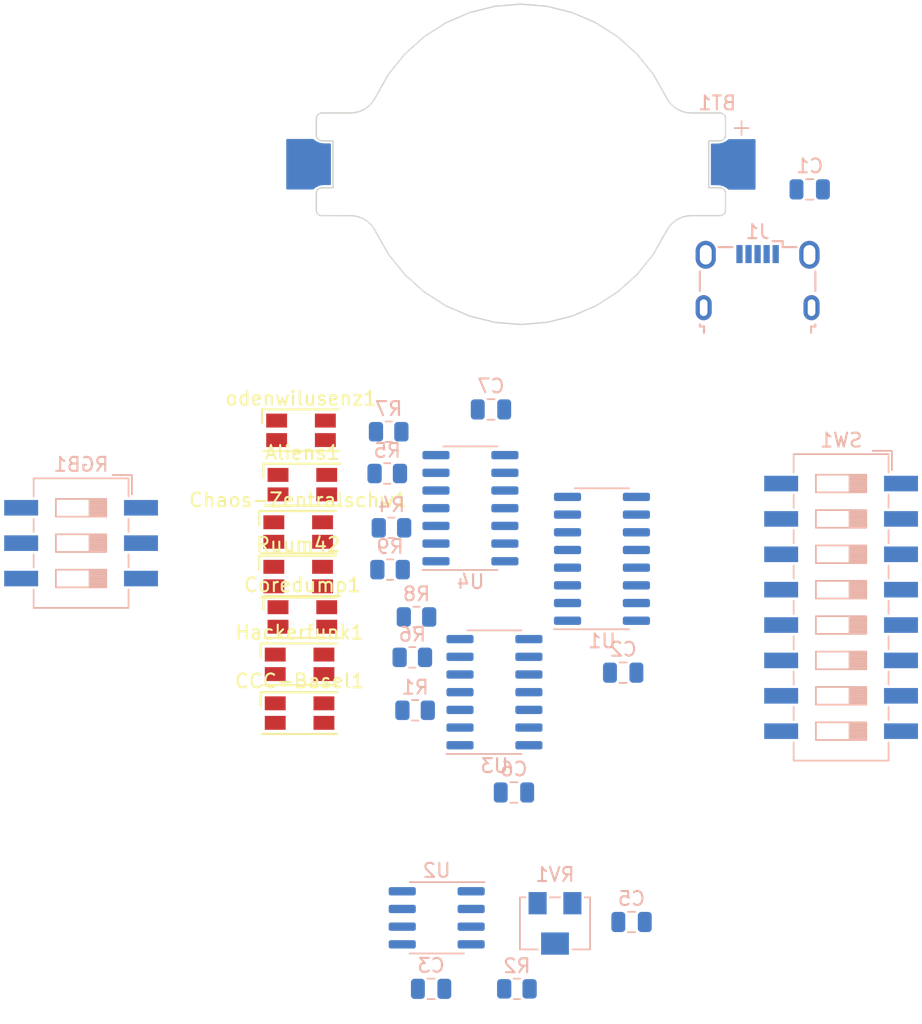
<source format=kicad_pcb>
(kicad_pcb (version 20221018) (generator pcbnew)

  (general
    (thickness 1.6)
  )

  (paper "A4")
  (layers
    (0 "F.Cu" signal)
    (31 "B.Cu" signal)
    (32 "B.Adhes" user "B.Adhesive")
    (33 "F.Adhes" user "F.Adhesive")
    (34 "B.Paste" user)
    (35 "F.Paste" user)
    (36 "B.SilkS" user "B.Silkscreen")
    (37 "F.SilkS" user "F.Silkscreen")
    (38 "B.Mask" user)
    (39 "F.Mask" user)
    (40 "Dwgs.User" user "User.Drawings")
    (41 "Cmts.User" user "User.Comments")
    (42 "Eco1.User" user "User.Eco1")
    (43 "Eco2.User" user "User.Eco2")
    (44 "Edge.Cuts" user)
    (45 "Margin" user)
    (46 "B.CrtYd" user "B.Courtyard")
    (47 "F.CrtYd" user "F.Courtyard")
    (48 "B.Fab" user)
    (49 "F.Fab" user)
    (50 "User.1" user)
    (51 "User.2" user)
    (52 "User.3" user)
    (53 "User.4" user)
    (54 "User.5" user)
    (55 "User.6" user)
    (56 "User.7" user)
    (57 "User.8" user)
    (58 "User.9" user)
  )

  (setup
    (pad_to_mask_clearance 0)
    (pcbplotparams
      (layerselection 0x00010fc_ffffffff)
      (plot_on_all_layers_selection 0x0000000_00000000)
      (disableapertmacros false)
      (usegerberextensions false)
      (usegerberattributes true)
      (usegerberadvancedattributes true)
      (creategerberjobfile true)
      (dashed_line_dash_ratio 12.000000)
      (dashed_line_gap_ratio 3.000000)
      (svgprecision 4)
      (plotframeref false)
      (viasonmask false)
      (mode 1)
      (useauxorigin false)
      (hpglpennumber 1)
      (hpglpenspeed 20)
      (hpglpendiameter 15.000000)
      (dxfpolygonmode true)
      (dxfimperialunits true)
      (dxfusepcbnewfont true)
      (psnegative false)
      (psa4output false)
      (plotreference true)
      (plotvalue true)
      (plotinvisibletext false)
      (sketchpadsonfab false)
      (subtractmaskfromsilk false)
      (outputformat 1)
      (mirror false)
      (drillshape 1)
      (scaleselection 1)
      (outputdirectory "")
    )
  )

  (net 0 "")
  (net 1 "Net-(Aliens1-RK)")
  (net 2 "Net-(Aliens1-GK)")
  (net 3 "Net-(Aliens1-BK)")
  (net 4 "Net-(Aliens1-A)")
  (net 5 "VCC")
  (net 6 "GND")
  (net 7 "VCCQ")
  (net 8 "Net-(U2-THR)")
  (net 9 "Net-(CCC-Basel1-A)")
  (net 10 "Net-(Chaos-Zentralschw1-A)")
  (net 11 "Net-(Coredump1-A)")
  (net 12 "Net-(Hackerfunk1-A)")
  (net 13 "unconnected-(J1-D--Pad2)")
  (net 14 "unconnected-(J1-D+-Pad3)")
  (net 15 "unconnected-(J1-ID-Pad4)")
  (net 16 "unconnected-(J1-Shield-Pad6)")
  (net 17 "Net-(odenwilusenz1-A)")
  (net 18 "Net-(R1-Pad2)")
  (net 19 "Net-(R4-Pad1)")
  (net 20 "Net-(R5-Pad1)")
  (net 21 "Net-(R6-Pad2)")
  (net 22 "Net-(R7-Pad1)")
  (net 23 "Net-(R8-Pad2)")
  (net 24 "Net-(R9-Pad1)")
  (net 25 "Net-(Ruum42-A)")
  (net 26 "Net-(R2-Pad2)")
  (net 27 "Net-(SW1-Pad10)")
  (net 28 "Net-(SW1-Pad11)")
  (net 29 "Net-(SW1-Pad12)")
  (net 30 "Net-(SW1-Pad13)")
  (net 31 "Net-(SW1-Pad14)")
  (net 32 "Net-(SW1-Pad15)")
  (net 33 "Net-(SW1-Pad16)")
  (net 34 "Net-(U1-Q5)")
  (net 35 "Net-(U1-Q1)")
  (net 36 "Net-(U1-Q0)")
  (net 37 "Net-(U1-Q2)")
  (net 38 "Net-(U1-Q6)")
  (net 39 "Net-(U1-Q7)")
  (net 40 "Net-(U1-Q3)")
  (net 41 "unconnected-(U1-Q8-Pad9)")
  (net 42 "Net-(U1-Q4)")
  (net 43 "unconnected-(U1-Q9-Pad11)")
  (net 44 "unconnected-(U1-Cout-Pad12)")
  (net 45 "Net-(U1-CLK)")
  (net 46 "unconnected-(U2-CV-Pad5)")
  (net 47 "unconnected-(U3-Pad11)")
  (net 48 "unconnected-(U2-DIS-Pad7)")

  (footprint "LED_SMD:LED_RGB_1210" (layer "F.Cu") (at 79.9 105.2))

  (footprint "LED_SMD:LED_RGB_1210" (layer "F.Cu") (at 79.6 111.8))

  (footprint "LED_SMD:LED_RGB_1210" (layer "F.Cu") (at 79.7 121.6))

  (footprint "LED_SMD:LED_RGB_1210" (layer "F.Cu") (at 79.9 114.7))

  (footprint "LED_SMD:LED_RGB_1210" (layer "F.Cu") (at 79.7 118.1))

  (footprint "LED_SMD:LED_RGB_1210" (layer "F.Cu") (at 79.6 108.6))

  (footprint "LED_SMD:LED_RGB_1210" (layer "F.Cu") (at 79.8 101.3))

  (footprint "Capacitor_SMD:C_0805_2012Metric" (layer "B.Cu") (at 89.15 141.4 180))

  (footprint "Resistor_SMD:R_0805_2012Metric" (layer "B.Cu") (at 88 121.4 180))

  (footprint "Resistor_SMD:R_0805_2012Metric" (layer "B.Cu") (at 87.8 117.6 180))

  (footprint "Button_Switch_SMD:SW_DIP_SPSTx03_Slide_6.7x9.18mm_W8.61mm_P2.54mm_LowProfile" (layer "B.Cu") (at 64 109.4 180))

  (footprint "Resistor_SMD:R_0805_2012Metric" (layer "B.Cu") (at 86.2 111.3 180))

  (footprint "Capacitor_SMD:C_0805_2012Metric" (layer "B.Cu") (at 93.45 99.8 180))

  (footprint "Battery:BatteryHolder_Keystone_1057_1x2032" (layer "B.Cu") (at 95.6 82.2 180))

  (footprint "Resistor_SMD:R_0805_2012Metric" (layer "B.Cu") (at 95.3125 141.4 180))

  (footprint "Resistor_SMD:R_0805_2012Metric" (layer "B.Cu") (at 86.3 108.3 180))

  (footprint "Capacitor_SMD:C_0805_2012Metric" (layer "B.Cu") (at 103.55 136.6 180))

  (footprint "Package_SO:SOIC-14_3.9x8.7mm_P1.27mm" (layer "B.Cu") (at 91.975 106.89))

  (footprint "Potentiometer_SMD:Potentiometer_Bourns_3214W_Vertical" (layer "B.Cu") (at 98.05 136.7 180))

  (footprint "Capacitor_SMD:C_0805_2012Metric" (layer "B.Cu") (at 116.35 84 180))

  (footprint "Resistor_SMD:R_0805_2012Metric" (layer "B.Cu") (at 86.1 101.4 180))

  (footprint "Capacitor_SMD:C_0805_2012Metric" (layer "B.Cu") (at 102.95 118.7 180))

  (footprint "Package_SO:SOIC-16_3.9x9.9mm_P1.27mm" (layer "B.Cu") (at 101.425 110.525))

  (footprint "Resistor_SMD:R_0805_2012Metric" (layer "B.Cu") (at 86 104.4 180))

  (footprint "Capacitor_SMD:C_0805_2012Metric" (layer "B.Cu") (at 95.1 127.3 180))

  (footprint "Resistor_SMD:R_0805_2012Metric" (layer "B.Cu") (at 88.1 114.7 180))

  (footprint "Connector_USB:USB_Micro-B_Wuerth_629105150521" (layer "B.Cu") (at 112.605 90.545 180))

  (footprint "Package_SO:SOIC-14_3.9x8.7mm_P1.27mm" (layer "B.Cu") (at 93.7 120.1))

  (footprint "Package_SO:SOIC-8_3.9x4.9mm_P1.27mm" (layer "B.Cu") (at 89.55 136.3 180))

  (footprint "Button_Switch_SMD:SW_DIP_SPSTx08_Slide_6.7x21.88mm_W8.61mm_P2.54mm_LowProfile" (layer "B.Cu")
    (tstamp fe588c9a-21d8-4ffb-9f62-077237cbcdfe)
    (at 118.605 114.01 180)
    (descr "SMD 8x-dip-switch SPST , Slide, row spacing 8.61 mm (338 mils), body size 6.7x21.88mm (see e.g. https://www.ctscorp.com/wp-content/uploads/219.pdf), SMD, LowProfile")
    (tags "SMD DIP Switch SPST Slide 8.61mm 338mil SMD LowProfile")
    (property "Sheetfile" "badge.kicad_sch")
    (property "Sheetname" "")
    (property "ki_description" "8x DIP Switch, Single Pole Single Throw (SPST) switch, small symbol")
    (property "ki_keywords" "dip switch")
    (path "/04c71662-888e-46f7-a395-dc01bbfedc49")
    (attr smd)
    (fp_text reference "SW1" (at 0 12) (layer "B.SilkS")
        (effects (font (size 1 1) (thickness 0.15)) (justify mirror))
      (tstamp fd29087f-e40f-415b-a957-35921d171070)
    )
    (fp_text value "SW_DIP_x08" (at 0 -12) (layer "B.Fab")
        (effects (font (size 1 1) (thickness 0.15)) (justify mirror))
      (tstamp 2c437396-f679-4b25-ac71-51fe2dfcf751)
    )
    (fp_text user "on" (at 0.4275 10.2325) (layer "B.Fab")
        (effects (font (size 0.8 0.8) (thickness 0.12)) (justify mirror))
      (tstamp c3f02a4b-73d3-4225-b123-bc390be5ee16)
    )
    (fp_text user "${REFERENCE}" (at 2.58 0 90) (layer "B.Fab")
        (effects (font (size 0.8 0.8) (thickness 0.12)) (justify mirror))
      (tstamp e1e4a17b-c102-4e9e-8323-53e99f68814a)
    )
    (fp_line (start -3.65 11.24) (end -3.65 9.857)
      (stroke (width 0.12) (type solid)) (layer "B.SilkS") (tstamp 9c44886a-0811-4300-a12a-b3c5e86a3ec9))
    (fp_line (start -3.65 11.24) (end -2.267 11.24)
      (stroke (width 0.12) (type solid)) (layer "B.SilkS") (tstamp 3bbd57cf-638f-4807-8bcd-7ea3f719e21c))
    (fp_line (start -3.41 -11.001) (end 3.41 -11.001)
      (stroke (width 0.12) (type solid)) (layer "B.SilkS") (tstamp 28b7b197-78c0-46d9-9ec6-a36f3d13dad6))
    (fp_line (start -3.41 -9.69) (end -3.41 -11.001)
      (stroke (width 0.12) (type solid)) (layer "B.SilkS") (tstamp d578a522-5430-4525-9eaa-600696cee65e))
    (fp_line (start -3.41 -7.15) (end -3.41 -8.09)
      (stroke (width 0.12) (type solid)) (layer "B.SilkS") (tstamp e2b040af-58e8-4e0d-8dcb-68b8beb44cd1))
    (fp_line (start -3.41 -4.61) (end -3.41 -5.55)
      (stroke (width 0.12) (type solid)) (layer "B.SilkS") (tstamp 8a74ad89-b94b-483c-a70d-637607dce0f4))
    (fp_line (start -3.41 -2.07) (end -3.41 -3.01)
      (stroke (width 0.12) (type solid)) (layer "B.SilkS") (tstamp 1bb748aa-a335-49a9-b67f-b5dad03aadc6))
    (fp_line (start -3.41 0.47) (end -3.41 -0.47)
      (stroke (width 0.12) (type solid)) (layer "B.SilkS") (tstamp 6c23d6a9-3ec9-4274-9b48-f597dec001cc))
    (fp_line (start -3.41 3.01) (end -3.41 2.07)
      (stroke (width 0.12) (type solid)) (layer "B.SilkS") (tstamp a223ecc4-fb51-4b62-b0aa-4f6fde4175cf))
    (fp_line (start -3.41 5.55) (end -3.41 4.61)
      (stroke (width 0.12) (type solid)) (layer "B.SilkS") (tstamp 6984b08b-d08f-4794-b348-7111362f6f5a))
    (fp_line (start -3.41 8.09) (end -3.41 7.15)
      (stroke (width 0.12) (type solid)) (layer "B.SilkS") (tstamp f24733f3-f8b2-4477-8a90-26ec39156ec2))
    (fp_line (start -3.41 11) (end -3.41 9.69)
      (stroke (width 0.12) (type solid)) (layer "B.SilkS") (tstamp a1441c4d-33af-4911-b87a-2617fb12a1d9))
    (fp_line (start -3.41 11) (end 3.41 11)
      (stroke (width 0.12) (type solid)) (layer "B.SilkS") (tstamp 8d3e7547-8c5e-4921-8dee-fcd566fe0563))
    (fp_line (start -1.81 -9.525) (end 1.81 -9.525)
      (stroke (width 0.12) (type solid)) (layer "B.SilkS") (tstamp 135d72a7-9622-4270-a207-eded05d3b6e2))
    (fp_line (start -1.81 -9.455) (end -0.603333 -9.455)
      (stroke (width 0.12) (type solid)) (layer "B.SilkS") (tstamp 6718b967-ee80-497c-ace5-5988e66749c7))
    (fp_line (start -1.81 -9.335) (end -0.603333 -9.335)
      (stroke (width 0.12) (type solid)) (layer "B.SilkS") (tstamp 3476d8bc-228c-4bdf-917a-bcc54de331a5))
    (fp_line (start -1.81 -9.215) (end -0.603333 -9.215)
      (stroke (width 0.12) (type solid)) (layer "B.SilkS") (tstamp 56e7964b-1b4e-4c84-a557-2b33ad983865))
    (fp_line (start -1.81 -9.095) (end -0.603333 -9.095)
      (stroke (width 0.12) (type solid)) (layer "B.SilkS") (tstamp 52c61ea2-6349-4e2a-a19d-5260a392630b))
    (fp_line (start -1.81 -8.975) (end -0.603333 -8.975)
      (stroke (width 0.12) (type solid)) (layer "B.SilkS") (tstamp 59afbb31-31a0-425b-859f-1273fb9f653b))
    (fp_line (start -1.81 -8.855) (end -0.603333 -8.855)
      (stroke (width 0.12) (type solid)) (layer "B.SilkS") (tstamp dfb4b466-365d-41aa-a503-216fd1317ed9))
    (fp_line (start -1.81 -8.735) (end -0.603333 -8.735)
      (stroke (width 0.12) (type solid)) (layer "B.SilkS") (tstamp a8158c4f-8a0c-4472-bdd6-7d38ca0181f7))
    (fp_line (start -1.81 -8.615) (end -0.603333 -8.615)
      (stroke (width 0.12) (type solid)) (layer "B.SilkS") (tstamp eacd551c-b234-4e54-91b7-a6af2e5b28eb))
    (fp_line (start -1.81 -8.495) (end -0.603333 -8.495)
      (stroke (width 0.12) (type solid)) (layer "B.SilkS") (tstamp 650ab3aa-fe32-4eba-8996-0022910ccb16))
    (fp_line (start -1.81 -8.375) (end -0.603333 -8.375)
      (stroke (width 0.12) (type solid)) (layer "B.SilkS") (tstamp 3b2aba05-f058-4234-b787-423bd89d4b9b))
    (fp_line (start -1.81 -8.255) (end -1.81 -9.525)
      (stroke (width 0.12) (type solid)) (layer "B.SilkS") (tstamp 9e7d77e6-e219-4f53-a796-f25780c0749c))
    (fp_line (start -1.81 -6.985) (end 1.81 -6.985)
      (stroke (width 0.12) (type solid)) (layer "B.SilkS") (tstamp 95e1cdd7-0b33-4a32-98fb-1b25d42da8bf))
    (fp_line (start -1.81 -6.915) (end -0.603333 -6.915)
      (stroke (width 0.12) (type solid)) (layer "B.SilkS") (tstamp c02afb9f-86a0-4403-a143-c5f85c42b82d))
    (fp_line (start -1.81 -6.795) (end -0.603333 -6.795)
      (stroke (width 0.12) (type solid)) (layer "B.SilkS") (tstamp fed8cbb6-1fa4-4b9f-9bc0-3109efde97ab))
    (fp_line (start -1.81 -6.675) (end -0.603333 -6.675)
      (stroke (width 0.12) (type solid)) (layer "B.SilkS") (tstamp 18f3ae35-a2d7-455e-bc5a-b5950e2f99b6))
    (fp_line (start -1.81 -6.555) (end -0.603333 -6.555)
      (stroke (width 0.12) (type solid)) (layer "B.SilkS") (tstamp 25498620-d16e-4f2c-85ef-bc1afd0a485a))
    (fp_line (start -1.81 -6.435) (end -0.603333 -6.435)
      (stroke (width 0.12) (type solid)) (layer "B.SilkS") (tstamp ab73dfb7-5fd1-4a12-a40a-5a82134cca18))
    (fp_line (start -1.81 -6.315) (end -0.603333 -6.315)
      (stroke (width 0.12) (type solid)) (layer "B.SilkS") (tstamp 8f07fbbc-5b19-4fff-a899-5ad4a070d465))
    (fp_line (start -1.81 -6.195) (end -0.603333 -6.195)
      (stroke (width 0.12) (type solid)) (layer "B.SilkS") (tstamp f497b502-b148-4839-ae8b-ad5be8309e81))
    (fp_line (start -1.81 -6.075) (end -0.603333 -6.075)
      (stroke (width 0.12) (type solid)) (layer "B.SilkS") (tstamp 2995273a-71c2-4856-8fcb-f0d27a4068bb))
    (fp_line (start -1.81 -5.955) (end -0.603333 -5.955)
      (stroke (width 0.12) (type solid)) (layer "B.SilkS") (tstamp d66eab73-b405-42d2-b456-5de8bed1f6d8))
    (fp_line (start -1.81 -5.835) (end -0.603333 -5.835)
      (stroke (width 0.12) (type solid)) (layer "B.SilkS") (tstamp a3abd465-a7e2-4934-8193-d4e01e8d0971))
    (fp_line (start -1.81 -5.715) (end -1.81 -6.985)
      (stroke (width 0.12) (type solid)) (layer "B.SilkS") (tstamp 2924d3b3-df46-4bd0-b60a-0c18fa206586))
    (fp_line (start -1.81 -4.445) (end 1.81 -4.445)
      (stroke (width 0.12) (type solid)) (layer "B.SilkS") (tstamp 5a24494d-866a-48c5-a3bb-06371b53c3a4))
    (fp_line (start -1.81 -4.375) (end -0.603333 -4.375)
      (stroke (width 0.12) (type solid)) (layer "B.SilkS") (tstamp b6e5c618-8599-4c57-976f-a6665e8e96c9))
    (fp_line (start -1.81 -4.255) (end -0.603333 -4.255)
      (stroke (width 0.12) (type solid)) (layer "B.SilkS") (tstamp ccba0ec3-e05f-4307-ac4d-63c9a2a016b5))
    (fp_line (start -1.81 -4.135) (end -0.603333 -4.135)
      (stroke (width 0.12) (type solid)) (layer "B.SilkS") (tstamp e1bdaf50-a16f-4e79-8af0-02b8a6738ec7))
    (fp_line (start -1.81 -4.015) (end -0.603333 -4.015)
      (stroke (width 0.12) (type solid)) (layer "B.SilkS") (tstamp c242fc02-9e9a-4034-a5b7-d2002afcaf14))
    (fp_line (start -1.81 -3.895) (end -0.603333 -3.895)
      (stroke (width 0.12) (type solid)) (layer "B.SilkS") (tstamp dc20ce5a-4c32-4c6d-a811-555d95a864be))
    (fp_line (start -1.81 -3.775) (end -0.603333 -3.775)
      (stroke (width 0.12) (type solid)) (layer "B.SilkS") (tstamp 3e9b8b3a-80a8-4d69-b013-1da5ade4decc))
    (fp_line (start -1.81 -3.655) (end -0.603333 -3.655)
      (stroke (width 0.12) (type solid)) (layer "B.SilkS") (tstamp 899e27e5-4ba2-4a34-bc2a-cefa027cda6d))
    (fp_line (start -1.81 -3.535) (end -0.603333 -3.535)
      (stroke (width 0.12) (type solid)) (layer "B.SilkS") (tstamp 785a236f-3d46-48cb-862e-353776012b24))
    (fp_line (start -1.81 -3.415) (end -0.603333 -3.415)
      (stroke (width 0.12) (type solid)) (layer "B.SilkS") (tstamp 50065d96-8c41-49f7-8a31-2736c681b110))
    (fp_line (start -1.81 -3.295) (end -0.603333 -3.295)
      (stroke (width 0.12) (type solid)) (layer "B.SilkS") (tstamp 7261007b-1005-4161-96a5-a18d33879145))
    (fp_line (start -1.81 -3.175) (end -1.81 -4.445)
      (stroke (width 0.12) (type solid)) (layer "B.SilkS") (tstamp 9a5f1f5f-12c7-4123-adf7-4a315bd6d01a))
    (fp_line (start -1.81 -1.905) (end 1.81 -1.905)
      (stroke (width 0.12) (type solid)) (layer "B.SilkS") (tstamp 1eec3c9e-3510-42cc-9e9e-907f95875cd3))
    (fp_line (start -1.81 -1.835) (end -0.603333 -1.835)
      (stroke (width 0.12) (type solid)) (layer "B.SilkS") (tstamp ef9d7e3d-4fc7-4586-a44b-5bc4e0f798d3))
    (fp_line (start -1.81 -1.715) (end -0.603333 -1.715)
      (stroke (width 0.12) (type solid)) (layer "B.SilkS") (tstamp 9ae6ffba-b4e0-478f-9fcf-275f61962e47))
    (fp_line (start -1.81 -1.595) (end -0.603333 -1.595)
      (stroke (width 0.12) (type solid)) (layer "B.SilkS") (tstamp 5a94d078-5a4f-4482-af9a-92410870cb25))
    (fp_line (start -1.81 -1.475) (end -0.603333 -1.475)
      (stroke (width 0.12) (type solid)) (layer "B.SilkS") (tstamp 96f72283-4a36-4ca2-9e61-30c8332a4ba1))
    (fp_line (start -1.81 -1.355) (end -0.603333 -1.355)
      (stroke (width 0.12) (type solid)) (layer "B.SilkS") (tstamp 05314ea0-a082-408b-ac69-dc2a03134abd))
    (fp_line (start -1.81 -1.235) (end -0.603333 -1.235)
      (stroke (width 0.12) (type solid)) (layer "B.SilkS") (tstamp ceb7391e-8e5d-4d67-ab15-6e4f011ee259))
    (fp_line (start -1.81 -1.115) (end -0.603333 -1.115)
      (stroke (width 0.12) (type solid)) (layer "B.SilkS") (tstamp f503f027-4cba-4842-b614-0c75fe124559))
    (fp_line (start -1.81 -0.995) (end -0.603333 -0.995)
      (stroke (width 0.12) (type solid)) (layer "B.SilkS") (tstamp 29a73c47-d20d-4431-8b6d-711d151864b3))
    (fp_line (start -1.81 -0.875) (end -0.603333 -0.875)
      (stroke (width 0.12) (type solid)) (layer "B.SilkS") (tstamp bcfce114-79d6-495d-9f03-eccba37c1338))
    (fp_line (start -1.81 -0.755) (end -0.603333 -0.755)
      (stroke (width 0.12) (type solid)) (layer "B.SilkS") (tstamp 98b61c6e-391f-4883-9bb9-94c86b18e51f))
    (fp_line (start -1.81 -0.635) (end -1.81 -1.905)
      (stroke (width 0.12) (type solid)) (layer "B.SilkS") (tstamp 51709c62-44da-46ea-a711-71ff64f3164c))
    (fp_line (start -1.81 0.635) (end 1.81 0.635)
      (stroke (width 0.12) (type solid)) (layer "B.SilkS") (tstamp 4249dcc8-a014-4baf-a84e-bf450e045180))
    (fp_line (start -1.81 0.705) (end -0.603333 0.705)
      (stroke (width 0.12) (type solid)) (layer "B.SilkS") (tstamp d6133915-eebb-4ffe-9512-75ae15c2afa2))
    (fp_line (start -1.81 0.825) (end -0.603333 0.825)
      (stroke (width 0.12) (type solid)) (layer "B.SilkS") (tstamp 9cbb4fb8-bffc-45a3-9182-ffc12d1385b3))
    (fp_line (start -1.81 0.945) (end -0.603333 0.945)
      (stroke (width 0.12) (type solid)) (layer "B.SilkS") (tstamp 608aef96-ae27-4bb4-90af-a5026b372b97))
    (fp_line (start -1.81 1.065) (end -0.603333 1.065)
      (stroke (width 0.12) (type solid)) (layer "B.SilkS") (tstamp 1dfa8442-79af-48e8-8a4b-591a32abd8ca))
    (fp_line (start -1.81 1.185) (end -0.603333 1.185)
      (stroke (width 0.12) (type solid)) (layer "B.SilkS") (tstamp f58ceb15-cf40-4af8-982b-5d89e2c53345))
    (fp_line (start -1.81 1.305) (end -0.603333 1.305)
      (stroke (width 0.12) (type solid)) (layer "B.SilkS") (tstamp ac692488-f49f-47df-8311-0540be86a82c))
    (fp_line (start -1.81 1.425) (end -0.603333 1.425)
      (stroke (width 0.12) (type solid)) (layer "B.SilkS") (tstamp 4f3b4424-aba3-4ec4-a3f0-9f8ac12fd9be))
    (fp_line (start -1.81 1.545) (end -0.603333 1.545)
      (stroke (width 0.12) (type solid)) (layer "B.SilkS") (tstamp 213c9f07-1204-469b-bb73-81c0e7933686))
    (fp_line (start -1.81 1.665) (end -0.603333 1.665)
      (stroke (width 0.12) (type solid)) (layer "B.SilkS") (tstamp 57a9be15-53cb-4122-9fec-0b3e87164c33))
    (fp_line (start -1.81 1.785) (end -0.603333 1.785)
      (stroke (width 0.12) (type solid)) (layer "B.SilkS") (tstamp 1c79cc3f-48f9-4228-b669-98c2fafd2335))
    (fp_line (start -1.81 1.905) (end -1.81 0.635)
      (stroke (width 0.12) (type solid)) (layer "B.SilkS") (tstamp f9cf4773-9f5e-4cc4-bcc5-85ceaab09536))
    (fp_line (start -1.81 3.175) (end 1.81 3.175)
      (stroke (width 0.12) (type solid)) (layer "B.SilkS") (tstamp d9ff0b68-2a64-47a1-8765-cad6124fa2f2))
    (fp_line (start -1.81 3.245) (end -0.603333 3.245)
      (stroke (width 0.12) (type solid)) (layer "B.SilkS") (tstamp b84c6144-b202-4578-922d-36603be3cc42))
    (fp_line (start -1.81 3.365) (end -0.603333 3.365)
      (stroke (width 0.12) (type solid)) (layer "B.SilkS") (tstamp 3504cece-f337-44d6-82f1-ee95c3a0b21d))
    (fp_line (start -1.81 3.485) (end -0.603333 3.485)
      (stroke (width 0.12) (type solid)) (layer "B.SilkS") (tstamp 94b77de7-77e0-4547-a806-885333c4bf1f))
    (fp_line (start -1.81 3.605) (end -0.603333 3.605)
      (stroke (width 0.12) (type solid)) (layer "B.SilkS") (tstamp ebccdbd6-bdd3-436a-a200-4c996106fc6c))
    (fp_line (start -1.81 3.725) (end -0.603333 3.725)
      (stroke (width 0.12) (type solid)) (layer "B.SilkS") (tstamp 4f275798-ee40-4077-9065-06b9274a2128))
    (fp_line (start -1.81 3.845) (end -0.603333 3.845)
      (stroke (width 0.12) (type solid)) (layer "B.SilkS") (tstamp d4e390ac-70ad-4974-9cba-fd17ba49fa0d))
    (fp_line (start -1.81 3.965) (end -0.603333 3.965)
      (stroke (width 0.12) (type solid)) (layer "B.SilkS") (tstamp 136d851e-a787-45a0-9a1f-a4de4512aff8))
    (fp_line (start -1.81 4.085) (end -0.603333 4.085)
      (stroke (width 0.12) (type solid)) (layer "B.SilkS") (tstamp 7c2d4e02-20e9-46da-aae9-ef0f482d886e))
    (fp_line (start -1.81 4.205) (end -0.603333 4.205)
      (stroke (width 0.12) (type solid)) (layer "B.SilkS") (tstamp 2231aac8-cb0c-41b4-bd9f-64dbc9ffee42))
    (fp_line (start -1.81 4.325) (end -0.603333 4.325)
      (stroke (width 0.12) (type solid)) (layer "B.SilkS") (tstamp c9342bae-f743-4ed2-883d-cd6ddc83a534))
    (fp_line (start -1.81 4.445) (end -1.81 3.175)
      (stroke (width 0.12) (type solid)) (layer "B.SilkS") (tstamp 333c4873-fa9c-4e67-a99d-ae87624974a3))
    (fp_line (start -1.81 5.715) (end 1.81 5.715)
      (stroke (width 0.12) (type solid)) (layer "B.SilkS") (tstamp a3a10e67-7210-41d6-a150-c19ed9802260))
    (fp_line (start -1.81 5.785) (end -0.603333 5.785)
      (stroke (width 0.12) (type solid)) (layer "B.SilkS") (tstamp 2032a6b1-9afa-4f1d-bd24-da9540f540e8))
    (fp_line (start -1.81 5.905) (end -0.603333 5.905)
      (stroke (width 0.12) (type solid)) (layer "B.SilkS") (tstamp 434cc27d-6d5d-43ec-a366-271264ae79e1))
    (fp_line (start -1.81 6.025) (end -0.603333 6.025)
      (stroke (width 0.12) (type solid)) (layer "B.SilkS") (tstamp c84b2ed5-f805-4e4d-a377-cf26f5b1d94a))
    (fp_line (start -1.81 6.145) (end -0.603333 6.145)
      (stroke (width 0.12) (type solid)) (layer "B.SilkS") (tstamp 05cea5ef-3cf3-4adc-b933-bd5da3212a0a))
    (fp_line (start -1.81 6.265) (end -0.603333 6.265)
      (stroke (width 0.12) (type solid)) (layer "B.SilkS") (tstamp db43526a-dd9e-4f2d-9b88-7c275825622b))
    (fp_line (start -1.81 6.385) (end -0.603333 6.385)
      (stroke (width 0.12) (type solid)) (layer "B.SilkS") (tstamp 215981f6-265f-4947-b209-b8ab0c3eece1))
    (fp_line (start -1.81 6.505) (end -0.603333 6.505)
      (stroke (width 0.12) (type solid)) (layer "B.SilkS") (tstamp 9b139457-c00d-4841-ae63-a1c47acb7609))
    (fp_line (start -1.81 6.625) (end -0.603333 6.625)
      (stroke (width 0.12) (type solid)) (layer "B.SilkS") (tstamp 0c5bcae8-e306-43fa-a63e-926614dc88bb))
    (fp_line (start -1.81 6.745) (end -0.603333 6.745)
      (stroke (width 0.12) (type solid)) (layer "B.SilkS") (tstamp 388203bc-5ad9-4d12-880a-7a4c5d32fa43))
    (fp_line (start -1.81 6.865) (end -0.603333 6.865)
      (stroke (width 0.12) (type solid)) (layer "B.SilkS") (tstamp 9757d883-73cf-42a3-98aa-d473c3255c04))
    (fp_line (start -1.81 6.985) (end -1.81 5.715)
      (stroke (width 0.12) (type solid)) (layer "B.SilkS") (tstamp 9f359fc4-96d6-4916-9965-5733eed8f5b4))
    (fp_line (start -1.81 8.255) (end 1.81 8.255)
      (stroke (width 0.12) (type solid)) (layer "B.SilkS") (tstamp 2181ce51-4cae-4b1d-92e6-f08102836736))
    (fp_line (start -1.81 8.325) (end -0.603333 8.325)
      (stroke (width 0.12) (type solid)) (layer "B.SilkS") (tstamp 4f652433-cfa7-4122-b752-c34494f7a5da))
    (fp_line (start -1.81 8.445) (end -0.603333 8.445)
      (stroke (width 0.12) (type solid)) (layer "B.SilkS") (tstamp 17c5fb4a-6bf0-4d44-bc51-2cd305751a18))
    (fp_line (start -1.81 8.565) (end -0.603333 8.565)
      (stroke (width 0.12) (type solid)) (layer "B.SilkS") (tstamp ffc77609-30d0-4e79-8755-c102f8c925fa))
    (fp_line (start -1.81 8.685) (end -0.603333 8.685)
      (stroke (width 0.12) (type solid)) (layer "B.SilkS") (tstamp c38b7a6c-5729-4980-b7d6-e6df3e5f81ab))
    (fp_line (start -1.81 8.805) (end -0.603333 8.805)
      (stroke (width 0.12) (type solid)) (layer "B.SilkS") (tstamp 101d0d12-ae82-4704-b13b-8210b75683c7))
    (fp_line (start -1.81 8.925) (end -0.603333 8.925)
      (stroke (width 0.12) (type solid)) (layer "B.SilkS") (tstamp cc9ce7c2-b496-4219-80a6-3887555b9fd3))
    (fp_line (start -1.81 9.045) (end -0.603333 9.045)
      (stroke (width 0.12) (type solid)) (layer "B.SilkS") (tstamp a3318187-6b8c-44fe-975d-418c65fb4270))
    (fp_line (start -1.81 9.165) (end -0.603333 9.165)
      (stroke (width 0.12) (type solid)) (layer "B.SilkS") (tstamp 0849364f-b45b-4cab-a7df-14801972f312))
    (fp_line (start -1.81 9.285) (end -0.603333 9.285)
      (stroke (width 0.12) (type solid)) (layer "B.SilkS") (tstamp af42acc4-2777-4faf-9e3f-691a74291a56))
    (fp_line (start -1.81 9.405) (end -0.603333 9.405)
      (stroke (width 0.12) (type solid)) (layer "B.SilkS") (tstamp 6e389d77-fafc-460f-9c80-baabf6d99eb5))
    (fp_line (start -1.81 9.525) (end -1.81 8.255)
      (stroke (width 0.12) (type solid)) (layer "B.SilkS") (tstamp d9758cce-777f-4893-ae1b-a947883544e8))
    (fp_line (start -0.603333 -8.255) (end -0.603333 -9.525)
      (stroke (width 0.12) (type solid)) (layer "B.SilkS") (tstamp 8612483b-0aa3-441c-80ea-79bfa1991e32))
    (fp_line (start -0.603333 -5.715) (end -0.603333 -6.985)
      (stroke (width 0.12) (type solid)) (layer "B.SilkS") (tstamp d8c5c5f6-74b2-4ea4-b0b8-461d42554989))
    (fp_line (start -0.603333 -3.175) (end -0.603333 -4.445)
      (stroke (width 0.12) (type solid)) (layer "B.SilkS") (tstamp 6383cf98-7198-45c3-b058-201d14eead47))
    (fp_line (start -0.603333 -0.635) (end -0.603333 -1.905)
      (stroke (width 0.12) (type solid)) (layer "B.SilkS") (tstamp 27a15e74-120c-4b51-85d6-e055592b9c50))
    (fp_line (start -0.603333 1.905) (end -0.603333 0.635)
      (stroke (width 0.12) (type solid)) (layer "B.SilkS") (tstamp 976bb028-62f5-47e9-8b45-2263130df3e7))
    (fp_line (start -0.603333 4.445) (end -0.603333 3.175)
      (stroke (width 0.12) (type solid)) (layer "B.SilkS") (tstamp 1e62197c-b9e5-4daa-8392-05ec655de6a5))
    (fp_line (start -0.603333 6.985) (end -0.603333 5.715)
      (stroke (width 0.12) (type solid)) (layer "B.SilkS") (tstamp fff89668-a09b-4b7c-82e3-8d69ceb91022))
    (fp_line (start -0.603333 9.525) (end -0.603333 8.255)
      (stroke (width 0.12) (type solid)) (layer "B.SilkS") (tstamp 5eec011a-9ba2-40f1-ba8d-a28cce478af5))
    (fp_line (start 1.81 -9.525) (end 1.81 -8.255)
      (stroke (width 0.12) (type solid)) (layer "B.SilkS") (tstamp 7f180218-423a-4191-86c7-09ea982ceede))
    (fp_line (start 1.81 -8.255) (end -1.81 -8.255)
      (stroke (width 0.12) (type solid)) (layer "B.SilkS") (tstamp 9805c770-bf92-41e7-94df-0b652feb8ad1))
    (fp_line (start 1.81 -6.985) (end 1.81 -5.715)
      (stroke (width 0.12) (type solid)) (layer "B.SilkS") (tstamp 6d2ecd5c-76c5-4241-b0f3-17ef5b919f60))
    (fp_line (start 1.81 -5.715) (end -1.81 -5.715)
      (stroke (width 0.12) (type solid)) (layer "B.SilkS") (tstamp ef5efaf0-4299-4647-a5cb-6f555c51f6ff))
    (fp_line (start 1.81 -4.445) (end 1.81 -3.175)
      (stroke (width 0.12) (type solid)) (layer "B.SilkS") (tstamp accf1f0b-ddec-434b-bf29-de770272f803))
    (fp_line (start 1.81 -3.175) (end -1.81 -3.175)
      (stroke (width 0.12) (type solid)) (layer "B.SilkS") (tstamp 459833bc-0f88-41cd-8e3b-6d1e19dd5ce6))
    (fp_line (start 1.81 -1.905) (end 1.81 -0.635)
      (stroke (width 0.12) (type solid)) (layer "B.SilkS") (tstamp 298539ed-98f5-4cb5-a2ea-01af226c079c))
    (fp_line (start 1.81 -0.635) (end -1.81 -0.635)
      (stroke (width 0.12) (type solid)) (layer "B.SilkS") (tstamp bd8faa5c-0297-4c4a-91e1-1fe760c3385d))
    (fp_line (start 1.81 0.635) (end 1.81 1.905)
      (stroke (width 0.12) (type solid)) (layer "B.SilkS") (tstamp f6edbc00-b423-4f22-b3e9-b5e26968fc54))
    (fp_line (start 1.81 1.905) (end -1.81 1.905)
      (stroke (width 0.12) (type solid)) (layer "B.SilkS") (tstamp 84a8d90d-20a1-425b-9957-81f60ea5d0ac))
    (fp_line (start 1.81 3.175) (end 1.81 4.445)
      (stroke (width 0.12) (type solid)) (layer "B.SilkS") (tstamp d8bde2f8-f7ea-43f2-bc8e-74570271bb84))
    (fp_line (start 1.81 4.445) (end -1.81 4.445)
      (stroke (width 0.12) (type solid)) (layer "B.SilkS") (tstamp 68679725-c293-445e-9ded-dc35a836d598))
    (fp_line (start 1.81 5.715) (end 1.81 6.985)
      (stroke (width 0.12) (type solid)) (layer "B.SilkS") (tstamp 982ec6f8-e23c-40e8-b3fe-744e096e5f86))
    (fp_line (start 1.81 6.985) (end -1.81 6.985)
      (stroke (width 0.12) (type solid)) (layer "B.SilkS") (tstamp 6c5dbac8-0540-4bb6-84f5-0eb27224e598))
    (fp_line (start 1.81 8.255) (end 1.81 9.525)
      (stroke (width 0.12) (type solid)) (layer "B.SilkS") (tstamp c0629722-cb50-433c-8a31-31e94b5d65c7))
    (fp_line (start 1.81 9.525) (end -1.81 9.525)
      (stroke (width 0.12) (type solid)) (layer "B.SilkS") (tstamp ef15fbce-0345-4058-854e-5da6f90460ac))
    (fp_line (start 3.41 -9.69) (end 3.41 -11.001)
      (stroke (width 0.12) (type solid)) (layer "B.SilkS") (tstamp c2cfb09a-3299-419b-a588-c8df44082425))
    (fp_line (start 3.41 -7.151) (end 3.41 -8.09)
      (stroke (width 0.12) (type solid)) (layer "B.SilkS") (tstamp d158c14b-f91d-4c32-ab10-692f373cff17))
    (fp_line (start 3.41 -4.611) (end 3.41 -5.551)
      (stroke (width 0.12) (type solid)) (layer "B.SilkS") (tstamp 646aa5a9-125c-4319-8ee3-336e0f6c0369))
    (fp_line (start 3.41 -2.071) (end 3.41 -3.011)
      (stroke (width 0.12) (type solid)) (layer "B.SilkS") (tstamp 58518c24-812f-4639-a909-316a2ffaf02f))
    (fp_line (start 3.41 0.469) (end 3.41 -0.471)
      (stroke (width 0.12) (type solid)) (layer "B.SilkS") (tstamp e2999e51-970c-4fa7-8b44-ffd580761449))
    (fp_line (start 3.41 3.009) (end 3.41 2.069)
      (stroke (width 0.12) (type solid)) (layer "B.SilkS") (tstamp 96c2f20d-72bd-4181-a3d5-ab204810c583))
    (fp_line (start 3.41 5.549) (end 3.41 4.609)
      (stroke (width 0.12) (type solid)) (layer "B.SilkS") (tstamp 950b1ed6-9229-44d3-a73e-ed9abe9d7a48))
    (fp_line (start 3.41 8.089) (end 3.41 7.149)
      (stroke (width 0.12) (type solid)) (layer "B.SilkS") (tstamp 0fcb9d9e-81b7-40c4-b010-6d8286d277b2))
    (fp_line (start 3.41 11) (end 3.41 9.69)
      (stroke (width 0.12) (type solid)) (layer "B.SilkS") (tstamp f5a037f4-5e44-4301-8989-cfda87e3030c))
    (fp_line (start -5.8 -11.3) (end 5.8 -11.3)
      (stroke (width 0.05) (type solid)) (layer "B.CrtYd") (tstamp 2f7ba0e6-0ed7-41d6-bb07-2eb6eae9c787))
    (fp_line (start -5.8 11.3) (end -5.8 -11.3)
      (stroke (width 0.05) (type solid)) (layer "B.CrtYd") (tstamp 2e87277d-f6f9-4ca2-bf62-821e6e51502a))
    (fp_line (start 5.8 -11.3) (end 5.8 11.3)
      (stroke (width 0.05) (type solid)) (layer "B.CrtYd") (tstamp 380efb3f-c4c1-4d20-9eaf-d1779c42de4d))
    (fp_line (start 5.8 11.3) (end -5.8 11.3)
      (stroke (width 0.05) (type solid)) (layer "B.CrtYd") (tstamp 095e4b99-e35b-4c6b-baaf-e133f4f7ad8a))
    (fp_line (start -3.35 -10.94) (end -3.35 9.94)
      (stroke (width 0.1) (type solid)) (layer "B.Fab") (tstamp b10fd3ac-798f-4d67-a870-0d75c0953579))
    (fp_line (start -3.35 9.94) (end -2.35 10.94)
      (stroke (width 0.1) (type solid)) (layer "B.Fab") (tstamp bf143b95-d6ca-44ba-9139-8c6ee410a344))
    (fp_line (start -2.35 10.94) (end 3.35 10.94)
      (stroke (width 0.1) (type solid)) (layer "B.Fab") (tstamp 7c8164bf-4e75-4e81-9086-d3913219b40c))
    (fp_line (start -1.81 -9.525) (end 1.81 -9.525)
      (stroke (width 0.1) (type solid)) (layer "B.Fab") (tstamp becfe189-c6e9-44e6-a436-b48af886c113))
    (fp_line (start -1.81 -9.455) (end -0.603333 -9.455)
      (stroke (width 0.1) (type solid)) (layer "B.Fab") (tstamp 53e52c80-9907-48af-933d-f42522998f13))
    (fp_line (start -1.81 -9.355) (end -0.603333 -9.355)
      (stroke (width 0.1) (type solid)) (layer "B.Fab") (tstamp b006e425-bd76-4534-9cf3-8063313e059f))
    (fp_line (start -1.81 -9.255) (end -0.603333 -9.255)
      (stroke (width 0.1) (type solid)) (layer "B.Fab") (tstamp 4f6aef49-15c4-47ee-b3e4-944d7e359026))
    (fp_line (start -1.81 -9.155) (end -0.603333 -9.155)
      (stroke (width 0.1) (type solid)) (layer "B.Fab") (tstamp 6bbb651d-80bb-439b-86bc-a1097c7b396e))
    (fp_line (start -1.81 -9.055) (end -0.603333 -9.055)
      (stroke (width 0.1) (type solid)) (layer "B.Fab") (tstamp acf4e52a-13db-435e-b0e1-fe50beacf0e8))
    (fp_line (start -1.81 -8.955) (end -0.603333 -8.955)
      (stroke (width 0.1) (type solid)) (layer "B.Fab") (tstamp 7a368fbf-d606-4fca-a887-480a49c3dff9))
    (fp_line (start -1.81 -8.855) (end -0.603333 -8.855)
      (stroke (width 0.1) (type solid)) (layer "B.Fab") (tstamp 9598de59-f780-4b66-912d-4f3eadbcd0ad))
    (fp_line (start -1.81 -8.755) (end -0.603333 -8.755)
      (stroke (width 0.1) (type solid)) (layer "B.Fab") (tstamp d8b12bcd-5ce0-4c3f-b3e8-a035e0248ce0))
    (fp_line (start -1.81 -8.655) (end -0.603333 -8.655)
      (stroke (width 0.1) (type solid)) (layer "B.Fab") (tstamp dde80c2e-fbe5-4e17-872c-0237bc023920))
    (fp_line (start -1.81 -8.555) (end -0.603333 -8.555)
      (stroke (width 0.1) (type solid)) (layer "B.Fab") (tstamp b4798179-9571-4590-b005-f77178cfdf69))
    (fp_line (start -1.81 -8.455) (end -0.603333 -8.455)
      (stroke (width 0.1) (type solid)) (layer "B.Fab") (tstamp e6ee5fc1-77d1-42cb-804e-312039d7138b))
    (fp_line (start -1.81 -8.355) (end -0.603333 -8.355)
      (stroke (width 0.1) (type solid)) (layer "B.Fab") (tstamp 735011cc-8456-4288-b351-bad69172c733))
    (fp_line (start -1.81 -8.255) (end -1.81 -9.525)
      (stroke (width 0.1) (type solid)) (layer "B.Fab") (tstamp b8ed2829-6b78-4ccb-97d8-8c3ac36e546e))
    (fp_line (start -1.81 -6.985) (end 1.81 -6.985)
      (stroke (width 0.1) (type solid)) (layer "B.Fab") (tstamp 007a6351-655e-4ffa-a186-ba1cf894fd92))
    (fp_line (start -1.81 -6.915) (end -0.603333 -6.915)
      (stroke (width 0.1) (type solid)) (layer "B.Fab") (tstamp e729ab53-9993-4572-93c2-0c9db4a3482a))
    (fp_line (start -1.81 -6.815) (end -0.603333 -6.815)
      (stroke (width 0.1) (type solid)) (layer "B.Fab") (tstamp db63707a-02e2-48a7-9538-82dd9b21da60))
    (fp_line (start -1.81 -6.715) (end -0.603333 -6.715)
      (stroke (width 0.1) (type solid)) (layer "B.Fab") (tstamp c9b8903d-96b6-47a2-af47-cda9bbd86e3c))
    (fp_line (start -1.81 -6.615) (end -0.603333 -6.615)
      (stroke (width 0.1) (type solid)) (layer "B.Fab") (tstamp 013662dd-f7ba-4d59-8fe4-4d3b6089cb3b))
    (fp_line (start -1.81 -6.515) (end -0.603333 -6.515)
      (stroke (width 0.1) (type solid)) (layer "B.Fab") (tstamp 2d282e7f-0fba-4df0-8bb8-7373945193e6))
    (fp_line (start -1.81 -6.415) (end -0.603333 -6.415)
      (stroke (width 0.1) (type solid)) (layer "B.Fab") (tstamp c93b8bcb-e3e1-46a0-83be-8e89b53234e3))
    (fp_line (start -1.81 -6.315) (end -0.603333 -6.315)
      (stroke (width 0.1) (type solid)) (layer "B.Fab") (tstamp f2c1e0f2-4da5-4de2-9535-c017d3a89e58))
    (fp_line (start -1.81 -6.215) (end -0.603333 -6.215)
      (stroke (width 0.1) (type solid)) (layer "B.Fab") (tstamp c5f04572-5bfa-44a4-99f9-a274473b3cba))
    (fp_line (start -1.81 -6.115) (end -0.603333 -6.115)
      (stroke (width 0.1) (type solid)) (layer "B.Fab") (tstamp 0eccdee9-953e-4da1-a43f-f750a609efda))
    (fp_line (start -1.81 -6.015) (end -0.603333 -6.015)
      (stroke (width 0.1) (type solid)) (layer "B.Fab") (tstamp ea9d8d78-0f8b-40f3-a631-d1dc1eafc3a2))
    (fp_line (start -1.81 -5.915) (end -0.603333 -5.915)
      (stroke (width 0.1) (type solid)) (layer "B.Fab") (tstamp 7af7d847-199f-486f-b955-06ebc3c81ce5))
    (fp_line (start -1.81 -5.815) (end -0.603333 -5.815)
      (stroke (width 0.1) (type solid)) (layer "B.Fab") (tstamp 52364573-9e79-49ab-98a3-403ddc83a0a1))
    (fp_line (start -1.81 -5.715) (end -1.81 -6.985)
      (stroke (width 0.1) (type solid)) (layer "B.Fab") (tstamp c73156da-9556-4da3-9e77-519367792d59))
    (fp_line (start -1.81 -4.445) (end 1.81 -4.445)
      (stroke (width 0.1) (type solid)) (layer "B.Fab") (tstamp 5eea16be-0603-41d6-8fad-9572236654bb))
    (fp_line (start -1.81 -4.375) (end -0.603333 -4.375)
      (stroke (width 0.1) (type solid)) (layer "B.Fab") (tstamp 6461e79e-aeb9-487c-b133-d6181a5c44ae))
    (fp_line (start -1.81 -4.275) (end -0.603333 -4.275)
      (stroke (width 0.1) (type solid)) (layer "B.Fab") (tstamp 9c052e63-c6b0-46bf-9c84-333710df1fb9))
    (fp_line (start -1.81 -4.175) (end -0.603333 -4.175)
      (stroke (width 0.1) (type solid)) (layer "B.Fab") (tstamp ce0e542c-b854-4372-ad4a-0aba84cf5a6c))
    (fp_line (start -1.81 -4.075) (end -0.603333 -4.075)
      (stroke (width 0.1) (type solid)) (layer "B.Fab") (tstamp 94f2423d-cecf-4176-b6ce-a2740e47939b))
    (fp_line (start -1.81 -3.975) (end -0.603333 -3.975)
      (stroke (width 0.1) (type solid)) (layer "B.Fab") (tstamp dd4a6116-9daf-4729-8e1b-3ede6e7eac64))
    (fp_line (start -1.81 -3.875) (end -0.603333 -3.875)
      (stroke (width 0.1) (type solid)) (layer "B.Fab") (tstamp 7aec9354-3ac2-4a59-a939-db38d65ff45a))
    (fp_line (start -1.81 -3.775) (end -0.603333 -3.775)
      (stroke (width 0.1) (type solid)) (layer "B.Fab") (tstamp 20e01167-8ab4-493c-9b10-159b87b478cc))
    (fp_line (start -1.81 -3.675) (end -0.603333 -3.675)
      (stroke (width 0.1) (type solid)) (layer "B.Fab") (tstamp 415dc8f5-ace0-4bbd-a1dd-0bd3450bf55c))
    (fp_line (start -1.81 -3.575) (end -0.603333 -3.575)
      (stroke (width 0.1) (type solid)) (layer "B.Fab") (tstamp 72eed047-fc7a-4726-8016-0ba7826c1688))
    (fp_line (start -1.81 -3.475) (end -0.603333 -3.475)
      (stroke (width 0.1) (type solid)) (layer "B.Fab") (tstamp 091415a7-ee64-49c9-bb08-7750af8bb3b0))
    (fp_line (start -1.81 -3.375) (end -0.603333 -3.375)
      (stroke (width 0.1) (type solid)) (layer "B.Fab") (tstamp 5783183d-4606-49cb-8fb4-de10cd437983))
    (fp_line (start -1.81 -3.275) (end -0.603333 -3.275)
      (stroke (width 0.1) (type solid)) (layer "B.Fab") (tstamp 8a35fe29-d2e7-4158-ad9c-76cda14de047))
    (fp_line (start -1.81 -3.175) (end -1.81 -4.445)
      (stroke (width 0.1) (type solid)) (layer "B.Fab") (tstamp 0f9fe627-4b99-4248-8ed7-796af47a2ec3))
    (fp_line (start -1.81 -1.905) (end 1.81 -1.905)
      (stroke (width 0.1) (type solid)) (layer "B.Fab") (tstamp 812199c9-4a6f-43b0-b3d4-ec72d3c06596))
    (fp_line (start -1.81 -1.835) (end -0.603333 -1.835)
      (stroke (width 0.1) (type solid)) (layer "B.Fab") (tstamp 9184071e-e92b-42ec-be49-115be3cc0c92))
    (fp_line (start -1.81 -1.735) (end -0.603333 -1.735)
      (stroke (width 0.1) (type solid)) (layer "B.Fab") (tstamp cbd6483d-9cd5-4a72-8212-00ef59f5b405))
    (fp_line (start -1.81 -1.635) (end -0.603333 -1.635)
      (stroke (width 0.1) (type solid)) (layer "B.Fab") (tstamp c5a6d61e-e50d-443b-851c-26cf5156ae39))
    (fp_line (start -1.81 -1.535) (end -0.603333 -1.535)
      (stroke (width 0.1) (type solid)) (layer "B.Fab") (tstamp 8032e80d-033c-4d70-84c9-e681975f6bf8))
    (fp_line (start -1.81 -1.435) (end -0.603333 -1.435)
      (stroke (width 0.1) (type solid)) (layer "B.Fab") (tstamp 84595ab1-75de-4a9a-a79f-dfc3a42a2ff3))
    (fp_line (start -1.81 -1.335) (end -0.603333 -1.335)
      (stroke (width 0.1) (type solid)) (layer "B.Fab") (tstamp fcc37979-c146-422d-a61b-e7e233410957))
    (fp_line (start -1.81 -1.235) (end -0.603333 -1.235)
      (stroke (width 0.1) (type solid)) (layer "B.Fab") (tstamp 0cd4b30b-00d2-42af-aff2-5bd48493cad4))
    (fp_line (start -1.81 -1.135) (end -0.603333 -1.135)
      (stroke (width 0.1) (type solid)) (layer "B.Fab") (tstamp 9ea08d41-28bf-46e5-b2fa-c890fc91caa0))
    (fp_line (start -1.81 -1.035) (end -0.603333 -1.035)
      (stroke (width 0.1) (type solid)) (layer "B.Fab") (tstamp f4767c8c-1a02-4ce9-9071-7efe6f3f033a))
    (fp_line (start -1.81 -0.935) (end -0.603333 -0.935)
      (stroke (width 0.1) (type solid)) (layer "B.Fab") (tstamp af66c988-944e-4180-9a06-80e2e1b79604))
    (fp_line (start -1.81 -0.835) (end -0.603333 -0.835)
      (stroke (width 0.1) (type solid)) (layer "B.Fab") (tstamp f715d678-c40c-4680-900d-f8d164cef341))
    (fp_line (start -1.81 -0.735) (end -0.603333 -0.735)
      (stroke (width 0.1) (type solid)) (layer "B.Fab") (tstamp fe802c69-ae22-4ec0-81b3-f92ab068368d))
    (fp_line (start -1.81 -0.635) (end -1.81 -1.905)
      (stroke (width 0.1) (type solid)) (layer "B.Fab") (tstamp 253ea80c-1f16-431d-ae0c-5e87382724bb))
    (fp_line (start -1.81 0.635) (end 1.81 0.635)
      (stroke (width 0.1) (type solid)) (layer "B.Fab") (tstamp b1a20ead-25ad-434e-b156-ac0d6b9b0fb0))
    (fp_line (start -1.81 0.705) (end -0.603333 0.705)
      (stroke (width 0.1) (type solid)) (layer "B.Fab") (tstamp 253f22d2-a693-49a2-a2d1-13c6e6a0af62))
    (fp_line (start -1.81 0.805) (end -0.603333 0.805)
      (stroke (width 0.1) (type solid)) (layer "B.Fab") (tstamp 7d0c528e-d738-4571-9a35-1dc41b5a3b86))
    (fp_line (start -1.81 0.905) (end -0.603333 0.905)
      (stroke (width 0.1) (type solid)) (layer "B.Fab") (tstamp 00bf9e06-078e-413d-8ec0-d076b558a357))
    (fp_line (start -1.81 1.005) (end -0.603333 1.005)
      (stroke (width 0.1) (type solid)) (layer "B.Fab") (tstamp fc8816d7-2b60-4cdf-aa65-0212f99fcbbb))
    (fp_line (start -1.81 1.105) (end -0.603333 1.105)
      (stroke (width 0.1) (type solid)) (layer "B.Fab") (tstamp edf166f5-45b7-4abe-90a6-02ef7d014c56))
    (fp_line (start -1.81 1.205) (end -0.603333 1.205)
      (stroke (width 0.1) (type solid)) (layer "B.Fab") (tstamp b4d0df99-1af7-4922-bcf6-502b4af35d89))
    (fp_line (start -1.81 1.305) (end -0.603333 1.305)
      (stroke (width 0.1) (type solid)) (layer "B.Fab") (tstamp 8183f121-f57a-451d-b309-7ac08d7b3aaa))
    (fp_line (start -1.81 1.405) (end -0.603333 1.405)
      (stroke (width 0.1) (type solid)) (layer "B.Fab") (tstamp 83a02b64-0944-4fd2-8697-9b7dd3bbd1ee))
    (fp_line (start -1.81 1.505) (end -0.603333 1.505)
      (stroke (width 0.1) (type solid)) (layer "B.Fab") (tstamp ff732439-7a5c-435b-a50c-3a5e9be04e52))
    (fp_line (start -1.81 1.605) (end -0.603333 1.605)
      (stroke (width 0.1) (type solid)) (layer "B.Fab") (tstamp ce996982-6f5c-444a-a857-fdf0e0b67760))
    (fp_line (start -1.81 1.705) (end -0.603333 1.705)
      (stroke (width 0.1) (type solid)) (layer "B.Fab") (tstamp 437f84e3-d133-45d4-910b-cdf755192621))
    (fp_line (start -1.81 1.805) (end -0.603333 1.805)
      (stroke (width 0.1) (type solid)) (layer "B.Fab") (tstamp 41227d11-4e80-4de2-b097-50a582229637))
    (fp_line (start -1.81 1.905) (end -1.81 0.635)
      (stroke (width 0.1) (type solid)) (layer "B.Fab") (tstamp 65aaff47-0bf6-4eb4-8f2c-7228372b3e70))
    (fp_line (start -1.81 3.175) (end 1.81 3.175)
      (stroke (width 0.1) (type solid)) (layer "B.Fab") (tstamp ec065284-d01c-4b57-b22b-56ec99c4aa6e))
    (fp_line (start -1.81 3.245) (end -0.603333 3.245)
      (stroke (width 0.1) (type solid)) (layer "B.Fab") (tstamp 214ef8d4-ea92-45ae-a1e1-d7b6c3b7c76f))
    (fp_line (start -1.81 3.345) (end -0.603333 3.345)
      (stroke (width 0.1) (type solid)) (layer "B.Fab") (tstamp 165750cf-c784-4463-8869-46f02aa22bcf))
    (fp_line (start -1.81 3.445) (end -0.603333 3.445)
      (stroke (width 0.1) (type solid)) (layer "B.Fab") (tstamp 83d4d054-0a61-4e25-8794-de1343fc0a95))
    (fp_line (start -1.81 3.545) (end -0.603333 3.545)
      (stroke (width 0.1) (type solid)) (layer "B.Fab") (tstamp 45e59886-9a16-4275-bd21-ed911283e654))
    (fp_line (start -1.81 3.645) (end -0.603333 3.645)
      (stroke (width 0.1) (type solid)) (layer "B.Fab") (tstamp ae46f012-3433-4356-b1de-e67ae6a2fd4d))
    (fp_line (start -1.81 3.745) (end -0.603333 3.745)
      (stroke (width 0.1) (type solid)) (layer "B.Fab") (tstamp 71fcf06e-1c9a-4c1e-93c0-22345d46d663))
    (fp_line (start -1.81 3.845) (end -0.603333 3.845)
      (stroke (width 0.1) (type solid)) (layer "B.Fab") (tstamp ce8fdb42-fc0a-4429-a27c-22bf9ec78fbe))
    (fp_line (start -1.81 3.945) (end -0.603333 3.945)
      (stroke (width 0.1) (type solid)) (layer "B.Fab") (tstamp 875b095f-9ac7-4b96-8e88-c4ac43545789))
    (fp_line (start -1.81 4.045) (end -0.603333 4.045)
      (stroke (width 0.1) (type solid)) (layer "B.Fab") (tstamp ed80543d-c173-4f21-bc74-1dce37305701))
    (fp_line (start -1.81 4.145) (end -0.603333 4.145)
      (stroke (width 0.1) (type solid)) (layer "B.Fab") (tstamp af06e5ff-d493-4cef-8a84-eaac12b2b39b))
    (fp_line (start -1.81 4.245) (end -0.603333 4.245)
      (stroke (width 0.1) (type solid)) (layer "B.Fab") (tstamp 60aff6d8-159f-45f2-bffd-bcde0c2f9c85))
    (fp_line (start -1.81 4.345) (end -0.603333 4.345)
      (stroke (width 0.1) (type solid)) (layer "B.Fab") (tstamp ac78ffaa-d2e8-4433-8510-05d697d980e2))
    (fp_line (start -1.81 4.445) (end -1.81 3.175)
      (stroke (width 0.1) (type solid)) (layer "B.Fab") (tstamp ee271df2-ce22-4296-b6ba-dca0ca37bd0e))
    (fp_line (start -1.81 5.715) (end 1.81 5.715)
      (stroke (width 0.1) (type solid)) (layer "B.Fab") (tstamp 3a566204-c590-4416-938b-e0bdc0bb6fe1))
    (fp_line (start -1.81 5.785) (end -0.603333 5.785)
      (stroke (width 0.1) (type solid)) (layer "B.Fab") (tstamp c071a391-1b09-421d-a752-1a07f45acd11))
    (fp_line (start -1.81 5.885) (end -0.603333 5.885)
      (stroke (width 0.1) (type solid)) (layer "B.Fab") (tstamp 245f3cb9-2739-4ef7-a43a-1b824712d21a))
    (fp_line (start -1.81 5.985) (end -0.603333 5.985)
      (stroke (width 0.1) (type solid)) (layer "B.Fab") (tstamp e5a59eff-ed76-4f0e-a3d5-e68c991c10d1))
    (fp_line (start -1.81 6.085) (end -0.603333 6.085)
      (stroke (width 0.1) (type solid)) (layer "B.Fab") (tstamp 72df2339-24ce-4a4f-83ea-bc960195f9fe))
    (fp_line (start -1.81 6.185) (end -0.603333 6.185)
      (stroke (width 0.1) (type solid)) (layer "B.Fab") (tstamp 4c628d4a-2c24-4494-b225-7fe84dd730f1))
    (fp_line (start -1.81 6.285) (end -0.603333 6.285)
      (stroke (width 0.1) (type solid)) (layer "B.Fab") (tstamp 9597823e-67c8-4a82-9820-dd42aefd69a6))
    (fp_line (start -1.81 6.385) (end -0.603333 6.385)
      (stroke (width 0.1) (type solid)) (layer "B.Fab") (tstamp b78f1870-859d-4dda-a3d9-7f64b6e65674))
    (fp_line (start -1.81 6.485) (end -0.603333 6.485)
      (stroke (width 0.1) (type solid)) (layer "B.Fab") (tstamp 9a9d8de2-a074-4471-9930-3c60a496e3db))
    (fp_line (start -1.81 6.585) (end -0.603333 6.585)
      (stroke (width 0.1) (type solid)) (layer "B.Fab") (tstamp 58791238-01ca-491a-b403-9b8767649217))
    (fp_line (start -1.81 6.685) (end -0.603333 6.685)
      (stroke (width 0.1) (type solid)) (layer "B.Fab") (tstamp c9b55b09-97f0-461d-bcb9-98820031cc4f))
    (fp_line (start -1.81 6.785) (end -0.603333 6.785)
      (stroke (width 0.1) (type solid)) (layer "B.Fab") (tstamp 0239fc3d-c4a1-4008-bef9-64ce6b60c3b2))
    (fp_line (start -1.81 6.885) (end -0.603333 6.885)
      (stroke (width 0.1) (type solid)) (layer "B.Fab") (tstamp 8f84b64f-08ce-46f2-81c1-52b0bb1aea9a))
    (fp_line (start -1.81 6.985) (end -
... [9617 chars truncated]
</source>
